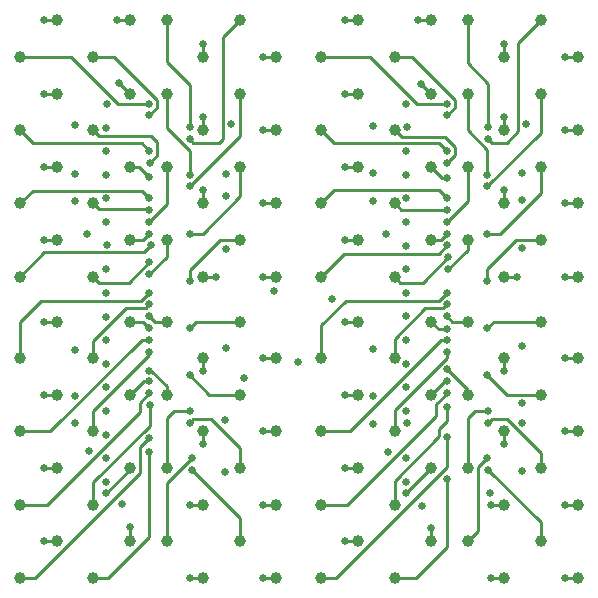
<source format=gbr>
%TF.GenerationSoftware,KiCad,Pcbnew,(5.1.9-0-10_14)*%
%TF.CreationDate,2021-05-13T13:45:13-04:00*%
%TF.ProjectId,SiPM_Board_RevB,5369504d-5f42-46f6-9172-645f52657642,rev?*%
%TF.SameCoordinates,Original*%
%TF.FileFunction,Copper,L1,Top*%
%TF.FilePolarity,Positive*%
%FSLAX46Y46*%
G04 Gerber Fmt 4.6, Leading zero omitted, Abs format (unit mm)*
G04 Created by KiCad (PCBNEW (5.1.9-0-10_14)) date 2021-05-13 13:45:13*
%MOMM*%
%LPD*%
G01*
G04 APERTURE LIST*
%TA.AperFunction,SMDPad,CuDef*%
%ADD10C,1.000000*%
%TD*%
%TA.AperFunction,ViaPad*%
%ADD11C,0.635000*%
%TD*%
%TA.AperFunction,Conductor*%
%ADD12C,0.294640*%
%TD*%
G04 APERTURE END LIST*
D10*
%TO.P,U4,A4*%
%TO.N,Net-(J2-Pad9)*%
X151950000Y-85750000D03*
%TO.P,U4,A2*%
%TO.N,Net-(J2-Pad1)*%
X151950000Y-79550000D03*
%TO.P,U4,B3*%
%TO.N,/BIAS3*%
X155050000Y-82650000D03*
%TO.P,U4,B1*%
X155050000Y-76450000D03*
%TO.P,U4,C4*%
%TO.N,Net-(J2-Pad11)*%
X158150000Y-85750000D03*
%TO.P,U4,D3*%
%TO.N,/BIAS3*%
X161250000Y-82650000D03*
%TO.P,U4,C2*%
%TO.N,Net-(J2-Pad3)*%
X158150000Y-79550000D03*
%TO.P,U4,D1*%
%TO.N,/BIAS3*%
X161250000Y-76450000D03*
%TO.P,U4,H2*%
X173650000Y-79550000D03*
%TO.P,U4,G1*%
%TO.N,Net-(J2-Pad7)*%
X170550000Y-76450000D03*
%TO.P,U4,F2*%
%TO.N,/BIAS3*%
X167450000Y-79550000D03*
%TO.P,U4,E1*%
%TO.N,Net-(J2-Pad5)*%
X164350000Y-76450000D03*
%TO.P,U4,H4*%
%TO.N,/BIAS3*%
X173650000Y-85750000D03*
%TO.P,U4,G3*%
%TO.N,Net-(J2-Pad15)*%
X170550000Y-82650000D03*
%TO.P,U4,F4*%
%TO.N,/BIAS3*%
X167450000Y-85750000D03*
%TO.P,U4,E3*%
%TO.N,Net-(J2-Pad13)*%
X164350000Y-82650000D03*
%TO.P,U4,F8*%
%TO.N,/BIAS3*%
X167450000Y-98150000D03*
%TO.P,U4,H8*%
X173650000Y-98150000D03*
%TO.P,U4,G7*%
%TO.N,Net-(J2-Pad31)*%
X170550000Y-95050000D03*
%TO.P,U4,E7*%
%TO.N,Net-(J2-Pad29)*%
X164350000Y-95050000D03*
%TO.P,U4,H6*%
%TO.N,/BIAS3*%
X173650000Y-91950000D03*
%TO.P,U4,G5*%
%TO.N,Net-(J2-Pad23)*%
X170550000Y-88850000D03*
%TO.P,U4,F6*%
%TO.N,/BIAS3*%
X167450000Y-91950000D03*
%TO.P,U4,E5*%
%TO.N,Net-(J2-Pad21)*%
X164350000Y-88850000D03*
%TO.P,U4,A8*%
%TO.N,Net-(J2-Pad25)*%
X151950000Y-98150000D03*
%TO.P,U4,A6*%
%TO.N,Net-(J2-Pad17)*%
X151950000Y-91950000D03*
%TO.P,U4,B5*%
%TO.N,/BIAS3*%
X155050000Y-88850000D03*
%TO.P,U4,C8*%
%TO.N,Net-(J2-Pad27)*%
X158150000Y-98150000D03*
%TO.P,U4,B7*%
%TO.N,/BIAS3*%
X155050000Y-95050000D03*
%TO.P,U4,D7*%
X161250000Y-95050000D03*
%TO.P,U4,C6*%
%TO.N,Net-(J2-Pad19)*%
X158150000Y-91950000D03*
%TO.P,U4,D5*%
%TO.N,/BIAS3*%
X161250000Y-88850000D03*
%TD*%
%TO.P,U2,A4*%
%TO.N,Net-(J1-Pad9)*%
X126450000Y-85750000D03*
%TO.P,U2,A2*%
%TO.N,Net-(J1-Pad1)*%
X126450000Y-79550000D03*
%TO.P,U2,B3*%
%TO.N,/BIAS1*%
X129550000Y-82650000D03*
%TO.P,U2,B1*%
X129550000Y-76450000D03*
%TO.P,U2,C4*%
%TO.N,Net-(J1-Pad11)*%
X132650000Y-85750000D03*
%TO.P,U2,D3*%
%TO.N,/BIAS1*%
X135750000Y-82650000D03*
%TO.P,U2,C2*%
%TO.N,Net-(J1-Pad3)*%
X132650000Y-79550000D03*
%TO.P,U2,D1*%
%TO.N,/BIAS1*%
X135750000Y-76450000D03*
%TO.P,U2,H2*%
X148150000Y-79550000D03*
%TO.P,U2,G1*%
%TO.N,Net-(J1-Pad7)*%
X145050000Y-76450000D03*
%TO.P,U2,F2*%
%TO.N,/BIAS1*%
X141950000Y-79550000D03*
%TO.P,U2,E1*%
%TO.N,Net-(J1-Pad5)*%
X138850000Y-76450000D03*
%TO.P,U2,H4*%
%TO.N,/BIAS1*%
X148150000Y-85750000D03*
%TO.P,U2,G3*%
%TO.N,Net-(J1-Pad15)*%
X145050000Y-82650000D03*
%TO.P,U2,F4*%
%TO.N,/BIAS1*%
X141950000Y-85750000D03*
%TO.P,U2,E3*%
%TO.N,Net-(J1-Pad13)*%
X138850000Y-82650000D03*
%TO.P,U2,F8*%
%TO.N,/BIAS1*%
X141950000Y-98150000D03*
%TO.P,U2,H8*%
X148150000Y-98150000D03*
%TO.P,U2,G7*%
%TO.N,Net-(J1-Pad31)*%
X145050000Y-95050000D03*
%TO.P,U2,E7*%
%TO.N,Net-(J1-Pad29)*%
X138850000Y-95050000D03*
%TO.P,U2,H6*%
%TO.N,/BIAS1*%
X148150000Y-91950000D03*
%TO.P,U2,G5*%
%TO.N,Net-(J1-Pad23)*%
X145050000Y-88850000D03*
%TO.P,U2,F6*%
%TO.N,/BIAS1*%
X141950000Y-91950000D03*
%TO.P,U2,E5*%
%TO.N,Net-(J1-Pad21)*%
X138850000Y-88850000D03*
%TO.P,U2,A8*%
%TO.N,Net-(J1-Pad25)*%
X126450000Y-98150000D03*
%TO.P,U2,A6*%
%TO.N,Net-(J1-Pad17)*%
X126450000Y-91950000D03*
%TO.P,U2,B5*%
%TO.N,/BIAS1*%
X129550000Y-88850000D03*
%TO.P,U2,C8*%
%TO.N,Net-(J1-Pad27)*%
X132650000Y-98150000D03*
%TO.P,U2,B7*%
%TO.N,/BIAS1*%
X129550000Y-95050000D03*
%TO.P,U2,D7*%
X135750000Y-95050000D03*
%TO.P,U2,C6*%
%TO.N,Net-(J1-Pad19)*%
X132650000Y-91950000D03*
%TO.P,U2,D5*%
%TO.N,/BIAS1*%
X135750000Y-88850000D03*
%TD*%
%TO.P,U3,D5*%
%TO.N,/BIAS2*%
X135750000Y-114350000D03*
%TO.P,U3,C6*%
%TO.N,Net-(J1-Pad51)*%
X132650000Y-117450000D03*
%TO.P,U3,D7*%
%TO.N,/BIAS2*%
X135750000Y-120550000D03*
%TO.P,U3,B7*%
X129550000Y-120550000D03*
%TO.P,U3,C8*%
%TO.N,Net-(J1-Pad59)*%
X132650000Y-123650000D03*
%TO.P,U3,B5*%
%TO.N,/BIAS2*%
X129550000Y-114350000D03*
%TO.P,U3,A6*%
%TO.N,Net-(J1-Pad49)*%
X126450000Y-117450000D03*
%TO.P,U3,A8*%
%TO.N,Net-(J1-Pad57)*%
X126450000Y-123650000D03*
%TO.P,U3,E5*%
%TO.N,Net-(J1-Pad53)*%
X138850000Y-114350000D03*
%TO.P,U3,F6*%
%TO.N,/BIAS2*%
X141950000Y-117450000D03*
%TO.P,U3,G5*%
%TO.N,Net-(J1-Pad55)*%
X145050000Y-114350000D03*
%TO.P,U3,H6*%
%TO.N,/BIAS2*%
X148150000Y-117450000D03*
%TO.P,U3,E7*%
%TO.N,Net-(J1-Pad61)*%
X138850000Y-120550000D03*
%TO.P,U3,G7*%
%TO.N,Net-(J1-Pad63)*%
X145050000Y-120550000D03*
%TO.P,U3,H8*%
%TO.N,/BIAS2*%
X148150000Y-123650000D03*
%TO.P,U3,F8*%
X141950000Y-123650000D03*
%TO.P,U3,E3*%
%TO.N,Net-(J1-Pad45)*%
X138850000Y-108150000D03*
%TO.P,U3,F4*%
%TO.N,/BIAS2*%
X141950000Y-111250000D03*
%TO.P,U3,G3*%
%TO.N,Net-(J1-Pad47)*%
X145050000Y-108150000D03*
%TO.P,U3,H4*%
%TO.N,/BIAS2*%
X148150000Y-111250000D03*
%TO.P,U3,E1*%
%TO.N,Net-(J1-Pad37)*%
X138850000Y-101950000D03*
%TO.P,U3,F2*%
%TO.N,/BIAS2*%
X141950000Y-105050000D03*
%TO.P,U3,G1*%
%TO.N,Net-(J1-Pad39)*%
X145050000Y-101950000D03*
%TO.P,U3,H2*%
%TO.N,/BIAS2*%
X148150000Y-105050000D03*
%TO.P,U3,D1*%
X135750000Y-101950000D03*
%TO.P,U3,C2*%
%TO.N,Net-(J1-Pad35)*%
X132650000Y-105050000D03*
%TO.P,U3,D3*%
%TO.N,/BIAS2*%
X135750000Y-108150000D03*
%TO.P,U3,C4*%
%TO.N,Net-(J1-Pad43)*%
X132650000Y-111250000D03*
%TO.P,U3,B1*%
%TO.N,/BIAS2*%
X129550000Y-101950000D03*
%TO.P,U3,B3*%
X129550000Y-108150000D03*
%TO.P,U3,A2*%
%TO.N,Net-(J1-Pad33)*%
X126450000Y-105050000D03*
%TO.P,U3,A4*%
%TO.N,Net-(J1-Pad41)*%
X126450000Y-111250000D03*
%TD*%
%TO.P,U5,D5*%
%TO.N,/BIAS4*%
X161250000Y-114350000D03*
%TO.P,U5,C6*%
%TO.N,Net-(J2-Pad51)*%
X158150000Y-117450000D03*
%TO.P,U5,D7*%
%TO.N,/BIAS4*%
X161250000Y-120550000D03*
%TO.P,U5,B7*%
X155050000Y-120550000D03*
%TO.P,U5,C8*%
%TO.N,Net-(J2-Pad59)*%
X158150000Y-123650000D03*
%TO.P,U5,B5*%
%TO.N,/BIAS4*%
X155050000Y-114350000D03*
%TO.P,U5,A6*%
%TO.N,Net-(J2-Pad49)*%
X151950000Y-117450000D03*
%TO.P,U5,A8*%
%TO.N,Net-(J2-Pad57)*%
X151950000Y-123650000D03*
%TO.P,U5,E5*%
%TO.N,Net-(J2-Pad53)*%
X164350000Y-114350000D03*
%TO.P,U5,F6*%
%TO.N,/BIAS4*%
X167450000Y-117450000D03*
%TO.P,U5,G5*%
%TO.N,Net-(J2-Pad55)*%
X170550000Y-114350000D03*
%TO.P,U5,H6*%
%TO.N,/BIAS4*%
X173650000Y-117450000D03*
%TO.P,U5,E7*%
%TO.N,Net-(J2-Pad61)*%
X164350000Y-120550000D03*
%TO.P,U5,G7*%
%TO.N,Net-(J2-Pad63)*%
X170550000Y-120550000D03*
%TO.P,U5,H8*%
%TO.N,/BIAS4*%
X173650000Y-123650000D03*
%TO.P,U5,F8*%
X167450000Y-123650000D03*
%TO.P,U5,E3*%
%TO.N,Net-(J2-Pad45)*%
X164350000Y-108150000D03*
%TO.P,U5,F4*%
%TO.N,/BIAS4*%
X167450000Y-111250000D03*
%TO.P,U5,G3*%
%TO.N,Net-(J2-Pad47)*%
X170550000Y-108150000D03*
%TO.P,U5,H4*%
%TO.N,/BIAS4*%
X173650000Y-111250000D03*
%TO.P,U5,E1*%
%TO.N,Net-(J2-Pad37)*%
X164350000Y-101950000D03*
%TO.P,U5,F2*%
%TO.N,/BIAS4*%
X167450000Y-105050000D03*
%TO.P,U5,G1*%
%TO.N,Net-(J2-Pad39)*%
X170550000Y-101950000D03*
%TO.P,U5,H2*%
%TO.N,/BIAS4*%
X173650000Y-105050000D03*
%TO.P,U5,D1*%
X161250000Y-101950000D03*
%TO.P,U5,C2*%
%TO.N,Net-(J2-Pad35)*%
X158150000Y-105050000D03*
%TO.P,U5,D3*%
%TO.N,/BIAS4*%
X161250000Y-108150000D03*
%TO.P,U5,C4*%
%TO.N,Net-(J2-Pad43)*%
X158150000Y-111250000D03*
%TO.P,U5,B1*%
%TO.N,/BIAS4*%
X155050000Y-101950000D03*
%TO.P,U5,B3*%
X155050000Y-108150000D03*
%TO.P,U5,A2*%
%TO.N,Net-(J2-Pad33)*%
X151950000Y-105050000D03*
%TO.P,U5,A4*%
%TO.N,Net-(J2-Pad41)*%
X151950000Y-111250000D03*
%TD*%
D11*
%TO.N,GND*%
X133707308Y-111522692D03*
X133707308Y-103522692D03*
X133707308Y-101522692D03*
X133707308Y-87522692D03*
X133707308Y-115522692D03*
X133707308Y-113522692D03*
X133707308Y-107522692D03*
X133707308Y-105522692D03*
X133707308Y-109522692D03*
X133827308Y-95432692D03*
X133707308Y-85522692D03*
X133707308Y-93522692D03*
X133707308Y-91522692D03*
X133707308Y-89522692D03*
X133707308Y-99522692D03*
X133707308Y-97522692D03*
X159077308Y-103512692D03*
X159077308Y-101512692D03*
X159077308Y-87512692D03*
X159077308Y-115512692D03*
X159077308Y-113512692D03*
X159077308Y-107512692D03*
X159077308Y-105512692D03*
X159077308Y-109512692D03*
X159077308Y-95512692D03*
X159077308Y-93512692D03*
X159077308Y-91512692D03*
X159077308Y-89512692D03*
X159077308Y-99512692D03*
X159077308Y-97512692D03*
X152860000Y-100000000D03*
X150000000Y-105400000D03*
X147935320Y-99344680D03*
X131060000Y-89460000D03*
X132152500Y-94552500D03*
X143870000Y-89430000D03*
X143870000Y-95770000D03*
X132300000Y-112900000D03*
X131060000Y-108240000D03*
X145400000Y-106700000D03*
X143820000Y-114680000D03*
X157452500Y-94552500D03*
X156310000Y-89390000D03*
X168940000Y-89360000D03*
X168940000Y-95740000D03*
X159177308Y-85512692D03*
X156310000Y-108290000D03*
X157600000Y-113000000D03*
X168940000Y-114640000D03*
X168940000Y-108860000D03*
X159175000Y-110575000D03*
%TO.N,/BIAS1*%
X133762700Y-83502700D03*
X128450000Y-76450000D03*
X128450000Y-82650000D03*
X128450000Y-88850000D03*
X128450000Y-95050000D03*
X134650000Y-76450000D03*
X134850000Y-81750000D03*
X137400000Y-89700000D03*
X137400000Y-94500000D03*
X141950000Y-78450000D03*
X141950000Y-84650000D03*
X141950000Y-90850000D03*
X143050000Y-98150000D03*
X147050000Y-79550000D03*
X147050000Y-85750000D03*
X147050000Y-91950000D03*
X147050000Y-98150000D03*
X131060000Y-85340000D03*
X131060000Y-91760000D03*
X144300000Y-85200000D03*
X143870000Y-91300000D03*
%TO.N,/BIAS2*%
X133757366Y-116502634D03*
X128450000Y-101950000D03*
X128450000Y-108150000D03*
X128450000Y-120550000D03*
X128450000Y-114350000D03*
X137400000Y-102500000D03*
X137400000Y-107000000D03*
X135750000Y-119350000D03*
X135100000Y-117400000D03*
X141950000Y-106150000D03*
X141950000Y-112350000D03*
X140850000Y-117450000D03*
X140850000Y-123650000D03*
X147050000Y-123650000D03*
X147050000Y-117450000D03*
X147050000Y-111250000D03*
X147050000Y-105050000D03*
X131060000Y-110540000D03*
X131060000Y-104360000D03*
X143870000Y-104230000D03*
X143820000Y-110320000D03*
%TO.N,Net-(J1-Pad63)*%
X141000000Y-114500000D03*
%TO.N,Net-(J1-Pad61)*%
X141000000Y-113500000D03*
%TO.N,Net-(J1-Pad59)*%
X137400000Y-113000000D03*
%TO.N,Net-(J1-Pad57)*%
X137400000Y-111800000D03*
%TO.N,Net-(J1-Pad55)*%
X140800000Y-110500000D03*
%TO.N,Net-(J1-Pad53)*%
X140800000Y-109500000D03*
%TO.N,Net-(J1-Pad51)*%
X137402650Y-109002650D03*
%TO.N,Net-(J1-Pad49)*%
X137400000Y-108000000D03*
%TO.N,Net-(J1-Pad47)*%
X140800000Y-106500000D03*
%TO.N,Net-(J1-Pad45)*%
X137400000Y-106100000D03*
%TO.N,Net-(J1-Pad43)*%
X137400000Y-104500000D03*
%TO.N,Net-(J1-Pad41)*%
X137400000Y-103500000D03*
%TO.N,Net-(J1-Pad39)*%
X140800000Y-102500000D03*
%TO.N,Net-(J1-Pad37)*%
X137400000Y-101500000D03*
%TO.N,Net-(J1-Pad35)*%
X137400000Y-100500000D03*
%TO.N,Net-(J1-Pad33)*%
X137400000Y-99500000D03*
%TO.N,Net-(J1-Pad31)*%
X140800000Y-98500000D03*
%TO.N,Net-(J1-Pad29)*%
X137400000Y-97900000D03*
%TO.N,Net-(J1-Pad27)*%
X137400000Y-96900000D03*
%TO.N,Net-(J1-Pad25)*%
X137497324Y-95502676D03*
%TO.N,Net-(J1-Pad23)*%
X140800000Y-94500000D03*
%TO.N,Net-(J1-Pad21)*%
X137400000Y-93500000D03*
%TO.N,Net-(J1-Pad19)*%
X137400000Y-92500000D03*
%TO.N,Net-(J1-Pad17)*%
X137400000Y-91500000D03*
%TO.N,Net-(J1-Pad15)*%
X140800000Y-90500000D03*
%TO.N,Net-(J1-Pad13)*%
X140800000Y-89500000D03*
%TO.N,Net-(J1-Pad11)*%
X137402690Y-88502690D03*
%TO.N,Net-(J1-Pad9)*%
X137400000Y-87500000D03*
%TO.N,Net-(J1-Pad7)*%
X140800000Y-86500000D03*
%TO.N,Net-(J1-Pad5)*%
X140800000Y-85500000D03*
%TO.N,Net-(J1-Pad3)*%
X137400000Y-84500000D03*
%TO.N,Net-(J1-Pad1)*%
X137400000Y-83500000D03*
%TO.N,Net-(J2-Pad63)*%
X166100000Y-114500000D03*
%TO.N,Net-(J2-Pad61)*%
X165997360Y-113502640D03*
%TO.N,Net-(J2-Pad59)*%
X162600000Y-115300000D03*
%TO.N,Net-(J2-Pad57)*%
X162600000Y-111700000D03*
%TO.N,Net-(J2-Pad55)*%
X166097354Y-110502646D03*
%TO.N,Net-(J2-Pad53)*%
X166097352Y-109502648D03*
%TO.N,Net-(J2-Pad51)*%
X162600000Y-109200000D03*
%TO.N,Net-(J2-Pad49)*%
X162600000Y-107983936D03*
%TO.N,Net-(J2-Pad47)*%
X165997346Y-106502654D03*
%TO.N,Net-(J2-Pad45)*%
X162600000Y-106000000D03*
%TO.N,Net-(J2-Pad43)*%
X162602658Y-104502658D03*
%TO.N,Net-(J2-Pad41)*%
X162600000Y-103500000D03*
%TO.N,Net-(J2-Pad39)*%
X165997338Y-102502662D03*
%TO.N,Net-(J2-Pad37)*%
X162600000Y-101500000D03*
%TO.N,Net-(J2-Pad35)*%
X162602666Y-100502666D03*
%TO.N,Net-(J2-Pad33)*%
X162602668Y-99502668D03*
%TO.N,Net-(J2-Pad31)*%
X165997330Y-98502670D03*
%TO.N,Net-(J2-Pad29)*%
X162702672Y-97502672D03*
%TO.N,Net-(J2-Pad27)*%
X162697326Y-96502674D03*
%TO.N,Net-(J2-Pad25)*%
X162602676Y-95502676D03*
%TO.N,Net-(J2-Pad23)*%
X166000000Y-94500000D03*
%TO.N,Net-(J2-Pad21)*%
X162600000Y-93500000D03*
%TO.N,Net-(J2-Pad19)*%
X162602682Y-92502682D03*
%TO.N,Net-(J2-Pad17)*%
X162602684Y-91502684D03*
%TO.N,Net-(J2-Pad15)*%
X166000000Y-90500000D03*
%TO.N,Net-(J2-Pad13)*%
X166000000Y-89500000D03*
%TO.N,Net-(J2-Pad11)*%
X162602690Y-88502690D03*
%TO.N,Net-(J2-Pad9)*%
X162600000Y-87500000D03*
%TO.N,Net-(J2-Pad7)*%
X166097306Y-86502694D03*
%TO.N,Net-(J2-Pad5)*%
X166100000Y-85502696D03*
%TO.N,Net-(J2-Pad3)*%
X162600000Y-84500000D03*
%TO.N,Net-(J2-Pad1)*%
X162602700Y-83502700D03*
%TO.N,/BIAS3*%
X153950000Y-76450000D03*
X159078000Y-83502700D03*
X153950000Y-82650000D03*
X153950000Y-88850000D03*
X153950000Y-95050000D03*
X160150000Y-76450000D03*
X160400000Y-81800000D03*
X162600000Y-94521416D03*
X167450000Y-78450000D03*
X167450000Y-84650000D03*
X167450000Y-90850000D03*
X168550000Y-98150000D03*
X172550000Y-79550000D03*
X172550000Y-85750000D03*
X172550000Y-91950000D03*
X172550000Y-98150000D03*
X156310000Y-91710000D03*
X156310000Y-85410000D03*
X169300000Y-85200000D03*
X168940000Y-91660000D03*
X162600000Y-89800000D03*
%TO.N,/BIAS4*%
X153950000Y-101950000D03*
X159078000Y-116502634D03*
X162600000Y-107000000D03*
X153950000Y-108150000D03*
X153950000Y-114350000D03*
X153950000Y-120550000D03*
X161250000Y-119450000D03*
X167450000Y-106150000D03*
X167450000Y-112350000D03*
X166350000Y-117450000D03*
X166350000Y-123650000D03*
X172550000Y-123650000D03*
X172550000Y-117450000D03*
X172550000Y-111250000D03*
X172550000Y-105050000D03*
X156310000Y-104310000D03*
X162600000Y-102600000D03*
X156310000Y-110610000D03*
X168940000Y-110540000D03*
X168940000Y-104060000D03*
X160500000Y-117600000D03*
X166197366Y-116502634D03*
%TD*%
D12*
%TO.N,/BIAS1*%
X129550000Y-76450000D02*
X128450000Y-76450000D01*
X128450000Y-76450000D02*
X128450000Y-76450000D01*
X128450000Y-82650000D02*
X128450000Y-82650000D01*
X129550000Y-82650000D02*
X128450000Y-82650000D01*
X129550000Y-88850000D02*
X128450000Y-88850000D01*
X128450000Y-88850000D02*
X128450000Y-88850000D01*
X128450000Y-95050000D02*
X128450000Y-95050000D01*
X129550000Y-95050000D02*
X128450000Y-95050000D01*
X135750000Y-76450000D02*
X134650000Y-76450000D01*
X134650000Y-76450000D02*
X134650000Y-76450000D01*
X135750000Y-82650000D02*
X134850000Y-81750000D01*
X135750000Y-88850000D02*
X136550000Y-88850000D01*
X136550000Y-88850000D02*
X137400000Y-89700000D01*
X137400000Y-89700000D02*
X137400000Y-89700000D01*
X135750000Y-95050000D02*
X136850000Y-95050000D01*
X136850000Y-95050000D02*
X137400000Y-94500000D01*
X137400000Y-94500000D02*
X137400000Y-94500000D01*
X141950000Y-79550000D02*
X141950000Y-78450000D01*
X141950000Y-78450000D02*
X141950000Y-78450000D01*
X141950000Y-85750000D02*
X141950000Y-84650000D01*
X141950000Y-84650000D02*
X141950000Y-84650000D01*
X141950000Y-90850000D02*
X141950000Y-90850000D01*
X141950000Y-91950000D02*
X141950000Y-90850000D01*
X141950000Y-98150000D02*
X143050000Y-98150000D01*
X143050000Y-98150000D02*
X143050000Y-98150000D01*
X148150000Y-79550000D02*
X147050000Y-79550000D01*
X147050000Y-79550000D02*
X147050000Y-79550000D01*
X148150000Y-85750000D02*
X147050000Y-85750000D01*
X147050000Y-85750000D02*
X147050000Y-85750000D01*
X147050000Y-91950000D02*
X147050000Y-91950000D01*
X148150000Y-91950000D02*
X147050000Y-91950000D01*
X147050000Y-98150000D02*
X147050000Y-98150000D01*
X148150000Y-98150000D02*
X147050000Y-98150000D01*
%TO.N,/BIAS2*%
X129550000Y-101950000D02*
X128450000Y-101950000D01*
X128450000Y-101950000D02*
X128450000Y-101950000D01*
X129550000Y-108150000D02*
X128450000Y-108150000D01*
X128450000Y-108150000D02*
X128450000Y-108150000D01*
X128450000Y-114350000D02*
X128450000Y-114350000D01*
X128450000Y-120550000D02*
X128450000Y-120550000D01*
X129550000Y-120550000D02*
X128450000Y-120550000D01*
X129550000Y-114350000D02*
X128450000Y-114350000D01*
X135750000Y-101950000D02*
X136850000Y-101950000D01*
X136850000Y-101950000D02*
X137400000Y-102500000D01*
X137400000Y-102500000D02*
X137400000Y-102500000D01*
X135750000Y-108150000D02*
X136900000Y-107000000D01*
X136900000Y-107000000D02*
X137400000Y-107000000D01*
X137400000Y-107000000D02*
X137400000Y-107000000D01*
X135750000Y-114510000D02*
X133757366Y-116502634D01*
X135750000Y-114350000D02*
X135750000Y-114510000D01*
X135750000Y-120550000D02*
X135750000Y-119350000D01*
X135750000Y-119350000D02*
X135750000Y-119350000D01*
X141950000Y-105050000D02*
X141950000Y-106150000D01*
X141950000Y-106150000D02*
X141950000Y-106150000D01*
X141950000Y-111250000D02*
X141950000Y-112350000D01*
X141950000Y-112350000D02*
X141950000Y-112350000D01*
X141950000Y-117450000D02*
X140850000Y-117450000D01*
X140850000Y-117450000D02*
X140850000Y-117450000D01*
X140850000Y-123650000D02*
X140850000Y-123650000D01*
X141950000Y-123650000D02*
X140850000Y-123650000D01*
X148150000Y-123650000D02*
X147050000Y-123650000D01*
X147050000Y-123650000D02*
X147050000Y-123650000D01*
X148150000Y-117450000D02*
X147050000Y-117450000D01*
X147050000Y-117450000D02*
X147050000Y-117450000D01*
X147050000Y-111250000D02*
X147050000Y-111250000D01*
X148150000Y-111250000D02*
X147050000Y-111250000D01*
X147050000Y-105050000D02*
X147050000Y-105050000D01*
X148150000Y-105050000D02*
X147050000Y-105050000D01*
%TO.N,Net-(J1-Pad63)*%
X145050000Y-118550000D02*
X141000000Y-114500000D01*
X145050000Y-120550000D02*
X145050000Y-118550000D01*
%TO.N,Net-(J1-Pad61)*%
X138850000Y-115650000D02*
X141000000Y-113500000D01*
X138850000Y-120550000D02*
X138850000Y-115650000D01*
%TO.N,Net-(J1-Pad59)*%
X133904036Y-123650000D02*
X137400000Y-120154036D01*
X132650000Y-123650000D02*
X133904036Y-123650000D01*
X137400000Y-120154036D02*
X137400000Y-113000000D01*
X137400000Y-113000000D02*
X137400000Y-113000000D01*
%TO.N,Net-(J1-Pad57)*%
X127704036Y-123650000D02*
X136600000Y-114754036D01*
X126450000Y-123650000D02*
X127704036Y-123650000D01*
X136600000Y-112600000D02*
X137400000Y-111800000D01*
X136600000Y-114754036D02*
X136600000Y-112600000D01*
%TO.N,Net-(J1-Pad55)*%
X145050000Y-114350000D02*
X145050000Y-112650000D01*
X141117499Y-110182501D02*
X140800000Y-110500000D01*
X142582501Y-110182501D02*
X141117499Y-110182501D01*
X145050000Y-112650000D02*
X142582501Y-110182501D01*
%TO.N,Net-(J1-Pad53)*%
X138850000Y-114350000D02*
X138850000Y-110150000D01*
X138850000Y-110150000D02*
X139500000Y-109500000D01*
X139500000Y-109500000D02*
X140800000Y-109500000D01*
X140800000Y-109500000D02*
X140800000Y-109500000D01*
%TO.N,Net-(J1-Pad51)*%
X132650000Y-115563936D02*
X132650000Y-117450000D01*
X137402650Y-109002650D02*
X137402650Y-110811286D01*
X137402650Y-110811286D02*
X132650000Y-115563936D01*
%TO.N,Net-(J1-Pad49)*%
X128763936Y-117450000D02*
X126450000Y-117450000D01*
X136600000Y-109613936D02*
X128763936Y-117450000D01*
X136600000Y-108821364D02*
X137400000Y-108021364D01*
X136600000Y-109000000D02*
X136600000Y-108821364D01*
X137400000Y-108021364D02*
X137400000Y-108000000D01*
X136600000Y-109000000D02*
X136600000Y-109613936D01*
%TO.N,Net-(J1-Pad47)*%
X145050000Y-108150000D02*
X142450000Y-108150000D01*
X142450000Y-108150000D02*
X140800000Y-106500000D01*
X140800000Y-106500000D02*
X140800000Y-106500000D01*
%TO.N,Net-(J1-Pad45)*%
X137507106Y-106100000D02*
X137400000Y-106100000D01*
X138850000Y-107442894D02*
X137507106Y-106100000D01*
X138850000Y-108150000D02*
X138850000Y-107442894D01*
%TO.N,Net-(J1-Pad43)*%
X132650000Y-109563936D02*
X137400000Y-104813936D01*
X132650000Y-111250000D02*
X132650000Y-109563936D01*
X137400000Y-104813936D02*
X137400000Y-104500000D01*
X137400000Y-104500000D02*
X137400000Y-104500000D01*
%TO.N,Net-(J1-Pad41)*%
X128996064Y-111250000D02*
X136746064Y-103500000D01*
X126450000Y-111250000D02*
X128996064Y-111250000D01*
X136746064Y-103500000D02*
X137400000Y-103500000D01*
X137400000Y-103500000D02*
X137400000Y-103500000D01*
%TO.N,Net-(J1-Pad39)*%
X141350000Y-101950000D02*
X140800000Y-102500000D01*
X145050000Y-101950000D02*
X141350000Y-101950000D01*
%TO.N,Net-(J1-Pad37)*%
X137850000Y-101950000D02*
X137400000Y-101500000D01*
X138850000Y-101950000D02*
X137850000Y-101950000D01*
%TO.N,Net-(J1-Pad35)*%
X135428565Y-100817499D02*
X137082501Y-100817499D01*
X132650000Y-103596064D02*
X135428565Y-100817499D01*
X137082501Y-100817499D02*
X137400000Y-100500000D01*
X132650000Y-105050000D02*
X132650000Y-103596064D01*
%TO.N,Net-(J1-Pad33)*%
X126450000Y-105050000D02*
X126450000Y-101950000D01*
X128212487Y-100187513D02*
X136712487Y-100187513D01*
X136712487Y-100187513D02*
X137400000Y-99500000D01*
X126450000Y-101950000D02*
X128212487Y-100187513D01*
%TO.N,Net-(J1-Pad31)*%
X145050000Y-95050000D02*
X143350000Y-95050000D01*
X143350000Y-95050000D02*
X140800000Y-97600000D01*
X140800000Y-97600000D02*
X140800000Y-98500000D01*
X140800000Y-98500000D02*
X140800000Y-98500000D01*
%TO.N,Net-(J1-Pad29)*%
X138850000Y-96450000D02*
X137400000Y-97900000D01*
X138850000Y-95050000D02*
X138850000Y-96450000D01*
%TO.N,Net-(J1-Pad27)*%
X135650001Y-98649999D02*
X137400000Y-96900000D01*
X133149999Y-98649999D02*
X135650001Y-98649999D01*
X132650000Y-98150000D02*
X133149999Y-98649999D01*
%TO.N,Net-(J1-Pad25)*%
X136902487Y-96097513D02*
X137497324Y-95502676D01*
X128502487Y-96097513D02*
X136902487Y-96097513D01*
X126450000Y-98150000D02*
X128502487Y-96097513D01*
%TO.N,Net-(J1-Pad23)*%
X145050000Y-88850000D02*
X145050000Y-91350000D01*
X145050000Y-91350000D02*
X141900000Y-94500000D01*
X141900000Y-94500000D02*
X140800000Y-94500000D01*
X140800000Y-94500000D02*
X140800000Y-94500000D01*
%TO.N,Net-(J1-Pad21)*%
X138850000Y-92033936D02*
X137400000Y-93500000D01*
X138850000Y-88850000D02*
X138850000Y-92033936D01*
X137400000Y-93500000D02*
X137400000Y-93483936D01*
%TO.N,Net-(J1-Pad19)*%
X137400000Y-92500000D02*
X137400000Y-92500000D01*
X137349999Y-92449999D02*
X137400000Y-92500000D01*
X133149999Y-92449999D02*
X137349999Y-92449999D01*
X132650000Y-91950000D02*
X133149999Y-92449999D01*
%TO.N,Net-(J1-Pad17)*%
X136757871Y-90857871D02*
X137400000Y-91500000D01*
X137400000Y-91500000D02*
X137400000Y-91500000D01*
X127542129Y-90857871D02*
X127942129Y-90857871D01*
X126450000Y-91950000D02*
X127542129Y-90857871D01*
X127942129Y-90857871D02*
X136757871Y-90857871D01*
%TO.N,Net-(J1-Pad15)*%
X140800000Y-90500000D02*
X140800000Y-90500000D01*
X145050000Y-86250000D02*
X140800000Y-90500000D01*
X145050000Y-82650000D02*
X145050000Y-86250000D01*
%TO.N,Net-(J1-Pad13)*%
X140800000Y-89500000D02*
X140800000Y-89500000D01*
X140800000Y-87483936D02*
X140800000Y-87700000D01*
X138850000Y-85533936D02*
X140800000Y-87483936D01*
X138850000Y-82650000D02*
X138850000Y-85533936D01*
X140800000Y-87700000D02*
X140800000Y-89500000D01*
%TO.N,Net-(J1-Pad11)*%
X133149999Y-86249999D02*
X137549999Y-86249999D01*
X132650000Y-85750000D02*
X133149999Y-86249999D01*
X138064821Y-86764821D02*
X138064821Y-87840559D01*
X138064821Y-87840559D02*
X137402690Y-88502690D01*
X137549999Y-86249999D02*
X138064821Y-86764821D01*
%TO.N,Net-(J1-Pad9)*%
X136757871Y-86857871D02*
X137400000Y-87500000D01*
X127557871Y-86857871D02*
X136757871Y-86857871D01*
X126450000Y-85750000D02*
X127557871Y-86857871D01*
%TO.N,Net-(J1-Pad7)*%
X140800000Y-86500000D02*
X140800000Y-86500000D01*
X141117499Y-86817499D02*
X143282501Y-86817499D01*
X140800000Y-86500000D02*
X141117499Y-86817499D01*
X143635179Y-77864821D02*
X145050000Y-76450000D01*
X143635179Y-86464821D02*
X143635179Y-77864821D01*
X143282501Y-86817499D02*
X143635179Y-86464821D01*
%TO.N,Net-(J1-Pad5)*%
X140800000Y-85500000D02*
X140800000Y-85500000D01*
X138850000Y-76450000D02*
X138850000Y-79950000D01*
X140800000Y-81900000D02*
X140800000Y-85500000D01*
X138850000Y-79950000D02*
X140800000Y-81900000D01*
%TO.N,Net-(J1-Pad3)*%
X138064821Y-83835179D02*
X137400000Y-84500000D01*
X138064821Y-83180885D02*
X138064821Y-83835179D01*
X134433936Y-79550000D02*
X138064821Y-83180885D01*
X132650000Y-79550000D02*
X134433936Y-79550000D01*
%TO.N,Net-(J1-Pad1)*%
X137397300Y-83502700D02*
X137400000Y-83500000D01*
X130793936Y-79550000D02*
X134746636Y-83502700D01*
X134746636Y-83502700D02*
X137397300Y-83502700D01*
X126450000Y-79550000D02*
X130793936Y-79550000D01*
%TO.N,Net-(J2-Pad63)*%
X170550000Y-118950000D02*
X166100000Y-114500000D01*
X170550000Y-120550000D02*
X170550000Y-118950000D01*
%TO.N,Net-(J2-Pad61)*%
X165197321Y-114302679D02*
X165997360Y-113502640D01*
X165197321Y-119702679D02*
X165197321Y-114302679D01*
X164350000Y-120550000D02*
X165197321Y-119702679D01*
%TO.N,Net-(J2-Pad59)*%
X158150000Y-123650000D02*
X159950000Y-123650000D01*
X162600000Y-121000000D02*
X162600000Y-115300000D01*
X159950000Y-123650000D02*
X162600000Y-121000000D01*
%TO.N,Net-(J2-Pad57)*%
X162600000Y-114254036D02*
X162600000Y-111700000D01*
X153204036Y-123650000D02*
X162600000Y-114254036D01*
X151950000Y-123650000D02*
X153204036Y-123650000D01*
%TO.N,Net-(J2-Pad55)*%
X167639183Y-110185147D02*
X166414853Y-110185147D01*
X166414853Y-110185147D02*
X166097354Y-110502646D01*
X170550000Y-113095964D02*
X167639183Y-110185147D01*
X170550000Y-114350000D02*
X170550000Y-113095964D01*
%TO.N,Net-(J2-Pad53)*%
X164350000Y-114350000D02*
X164350000Y-110150000D01*
X164997352Y-109502648D02*
X166097352Y-109502648D01*
X164350000Y-110150000D02*
X164997352Y-109502648D01*
%TO.N,Net-(J2-Pad51)*%
X161935179Y-111638757D02*
X161935179Y-111064821D01*
X158150000Y-115423936D02*
X161935179Y-111638757D01*
X158150000Y-117450000D02*
X158150000Y-115423936D01*
X162600000Y-110400000D02*
X162600000Y-109200000D01*
X161935179Y-111064821D02*
X162600000Y-110400000D01*
%TO.N,Net-(J2-Pad49)*%
X161700000Y-108954036D02*
X162600000Y-108054036D01*
X162600000Y-108054036D02*
X162600000Y-107983936D01*
X154156064Y-117450000D02*
X161700000Y-109906064D01*
X161700000Y-109906064D02*
X161700000Y-108954036D01*
X151950000Y-117450000D02*
X154156064Y-117450000D01*
%TO.N,Net-(J2-Pad47)*%
X167644692Y-108150000D02*
X165997346Y-106502654D01*
X170550000Y-108150000D02*
X167644692Y-108150000D01*
%TO.N,Net-(J2-Pad45)*%
X164350000Y-107750000D02*
X162600000Y-106000000D01*
X164350000Y-108150000D02*
X164350000Y-107750000D01*
%TO.N,Net-(J2-Pad43)*%
X162602658Y-105003406D02*
X162602658Y-104502658D01*
X158150000Y-109456064D02*
X162602658Y-105003406D01*
X158150000Y-111250000D02*
X158150000Y-109456064D01*
%TO.N,Net-(J2-Pad41)*%
X162106064Y-103500000D02*
X162600000Y-103500000D01*
X154356064Y-111250000D02*
X162106064Y-103500000D01*
X151950000Y-111250000D02*
X154356064Y-111250000D01*
%TO.N,Net-(J2-Pad39)*%
X166550000Y-101950000D02*
X165997338Y-102502662D01*
X170550000Y-101950000D02*
X166550000Y-101950000D01*
%TO.N,Net-(J2-Pad37)*%
X163050000Y-101950000D02*
X162600000Y-101500000D01*
X164350000Y-101950000D02*
X163050000Y-101950000D01*
%TO.N,Net-(J2-Pad35)*%
X158150000Y-103423936D02*
X160753771Y-100820165D01*
X162285167Y-100820165D02*
X162602666Y-100502666D01*
X160753771Y-100820165D02*
X162285167Y-100820165D01*
X158150000Y-105050000D02*
X158150000Y-103423936D01*
%TO.N,Net-(J2-Pad33)*%
X151950000Y-105050000D02*
X151950000Y-102250000D01*
X161927823Y-100177513D02*
X162602668Y-99502668D01*
X154022487Y-100177513D02*
X161927823Y-100177513D01*
X151950000Y-102250000D02*
X154022487Y-100177513D01*
%TO.N,Net-(J2-Pad31)*%
X170550000Y-95050000D02*
X168450000Y-95050000D01*
X165997330Y-97502670D02*
X165997330Y-98502670D01*
X168450000Y-95050000D02*
X165997330Y-97502670D01*
%TO.N,Net-(J2-Pad29)*%
X164350000Y-95855344D02*
X162702672Y-97502672D01*
X164350000Y-95050000D02*
X164350000Y-95855344D01*
%TO.N,Net-(J2-Pad27)*%
X160550001Y-98649999D02*
X162697326Y-96502674D01*
X158649999Y-98649999D02*
X160550001Y-98649999D01*
X158150000Y-98150000D02*
X158649999Y-98649999D01*
%TO.N,Net-(J2-Pad25)*%
X151950000Y-98150000D02*
X153900000Y-96200000D01*
X161905352Y-96200000D02*
X162602676Y-95502676D01*
X153900000Y-96200000D02*
X161905352Y-96200000D01*
%TO.N,Net-(J2-Pad23)*%
X170550000Y-88850000D02*
X170550000Y-91050000D01*
X170550000Y-91050000D02*
X167100000Y-94500000D01*
X167100000Y-94500000D02*
X166000000Y-94500000D01*
X166000000Y-94500000D02*
X166000000Y-94500000D01*
%TO.N,Net-(J2-Pad21)*%
X164350000Y-91750000D02*
X162600000Y-93500000D01*
X164350000Y-88850000D02*
X164350000Y-91750000D01*
%TO.N,Net-(J2-Pad19)*%
X158702682Y-92502682D02*
X162602682Y-92502682D01*
X158150000Y-91950000D02*
X158702682Y-92502682D01*
%TO.N,Net-(J2-Pad17)*%
X161947871Y-90847871D02*
X162602684Y-91502684D01*
X153052129Y-90847871D02*
X161947871Y-90847871D01*
X151950000Y-91950000D02*
X153052129Y-90847871D01*
%TO.N,Net-(J2-Pad15)*%
X170550000Y-85950000D02*
X166000000Y-90500000D01*
X170550000Y-82650000D02*
X170550000Y-85950000D01*
%TO.N,Net-(J2-Pad13)*%
X164350000Y-85739324D02*
X166000000Y-87389324D01*
X164350000Y-82650000D02*
X164350000Y-85739324D01*
X166000000Y-87389324D02*
X166000000Y-89500000D01*
%TO.N,Net-(J2-Pad11)*%
X162437157Y-86353221D02*
X163264821Y-87180885D01*
X163264821Y-87840559D02*
X162602690Y-88502690D01*
X163264821Y-87180885D02*
X163264821Y-87840559D01*
X158753221Y-86353221D02*
X162437157Y-86353221D01*
X158150000Y-85750000D02*
X158753221Y-86353221D01*
%TO.N,Net-(J2-Pad9)*%
X161947871Y-86847871D02*
X162600000Y-87500000D01*
X153047871Y-86847871D02*
X153752129Y-86847871D01*
X153752129Y-86847871D02*
X161947871Y-86847871D01*
X151950000Y-85750000D02*
X153047871Y-86847871D01*
X153552129Y-86847871D02*
X153752129Y-86847871D01*
%TO.N,Net-(J2-Pad7)*%
X170550000Y-76450000D02*
X168600000Y-78400000D01*
X166414805Y-86820193D02*
X166097306Y-86502694D01*
X167633843Y-86820193D02*
X166414805Y-86820193D01*
X168600000Y-85854036D02*
X167633843Y-86820193D01*
X168600000Y-78400000D02*
X168600000Y-85854036D01*
%TO.N,Net-(J2-Pad5)*%
X164350000Y-76450000D02*
X164350000Y-80050000D01*
X166100000Y-81800000D02*
X166100000Y-85502696D01*
X164350000Y-80050000D02*
X166100000Y-81800000D01*
%TO.N,Net-(J2-Pad3)*%
X163267521Y-83832479D02*
X162600000Y-84500000D01*
X163267521Y-83183585D02*
X163267521Y-83832479D01*
X159633936Y-79550000D02*
X163267521Y-83183585D01*
X158150000Y-79550000D02*
X159633936Y-79550000D01*
%TO.N,Net-(J2-Pad1)*%
X160061936Y-83502700D02*
X162602700Y-83502700D01*
X156109236Y-79550000D02*
X160061936Y-83502700D01*
X151950000Y-79550000D02*
X156109236Y-79550000D01*
%TO.N,/BIAS3*%
X153950000Y-76450000D02*
X153950000Y-76450000D01*
X155050000Y-76450000D02*
X153950000Y-76450000D01*
X155050000Y-82650000D02*
X153950000Y-82650000D01*
X153950000Y-82650000D02*
X153950000Y-82650000D01*
X153950000Y-88850000D02*
X153950000Y-88850000D01*
X155050000Y-88850000D02*
X153950000Y-88850000D01*
X155050000Y-95050000D02*
X153950000Y-95050000D01*
X153950000Y-95050000D02*
X153950000Y-95050000D01*
X160150000Y-76450000D02*
X160150000Y-76450000D01*
X161250000Y-76450000D02*
X160150000Y-76450000D01*
X161250000Y-82650000D02*
X160400000Y-81800000D01*
X160400000Y-81800000D02*
X160400000Y-81800000D01*
X162071416Y-95050000D02*
X162600000Y-94521416D01*
X161250000Y-95050000D02*
X162071416Y-95050000D01*
X162600000Y-94521416D02*
X162600000Y-94521416D01*
X167450000Y-79550000D02*
X167450000Y-78450000D01*
X167450000Y-78450000D02*
X167450000Y-78450000D01*
X167450000Y-84650000D02*
X167450000Y-84650000D01*
X167450000Y-85750000D02*
X167450000Y-84650000D01*
X167450000Y-90850000D02*
X167450000Y-90850000D01*
X167450000Y-91950000D02*
X167450000Y-90850000D01*
X167450000Y-98150000D02*
X168550000Y-98150000D01*
X168550000Y-98150000D02*
X168550000Y-98150000D01*
X172550000Y-79550000D02*
X172550000Y-79550000D01*
X173650000Y-79550000D02*
X172550000Y-79550000D01*
X173650000Y-85750000D02*
X172550000Y-85750000D01*
X172550000Y-85750000D02*
X172550000Y-85750000D01*
X173650000Y-91950000D02*
X172550000Y-91950000D01*
X172550000Y-91950000D02*
X172550000Y-91950000D01*
X173650000Y-98150000D02*
X172550000Y-98150000D01*
X172550000Y-98150000D02*
X172550000Y-98150000D01*
X161250000Y-88850000D02*
X162200000Y-89800000D01*
X162200000Y-89800000D02*
X162600000Y-89800000D01*
X162600000Y-89800000D02*
X162600000Y-89800000D01*
%TO.N,/BIAS4*%
X155050000Y-101950000D02*
X153950000Y-101950000D01*
X153950000Y-101950000D02*
X153950000Y-101950000D01*
X159078000Y-116502634D02*
X158997366Y-116502634D01*
X161250000Y-108150000D02*
X162400000Y-107000000D01*
X162400000Y-107000000D02*
X162600000Y-107000000D01*
X162600000Y-107000000D02*
X162600000Y-107000000D01*
X155050000Y-108150000D02*
X153950000Y-108150000D01*
X153950000Y-108150000D02*
X153950000Y-108150000D01*
X155050000Y-114350000D02*
X153950000Y-114350000D01*
X153950000Y-114350000D02*
X153950000Y-114350000D01*
X155050000Y-120550000D02*
X153950000Y-120550000D01*
X153950000Y-120550000D02*
X153950000Y-120550000D01*
X161250000Y-119450000D02*
X161250000Y-119450000D01*
X161250000Y-120550000D02*
X161250000Y-119450000D01*
X167450000Y-105050000D02*
X167450000Y-106150000D01*
X167450000Y-106150000D02*
X167450000Y-106150000D01*
X167450000Y-111250000D02*
X167450000Y-112350000D01*
X167450000Y-112350000D02*
X167450000Y-112350000D01*
X166350000Y-117450000D02*
X166350000Y-117450000D01*
X167450000Y-117450000D02*
X166350000Y-117450000D01*
X166350000Y-123650000D02*
X166350000Y-123650000D01*
X167450000Y-123650000D02*
X166350000Y-123650000D01*
X172550000Y-123650000D02*
X172550000Y-123650000D01*
X173650000Y-123650000D02*
X172550000Y-123650000D01*
X173650000Y-117450000D02*
X172550000Y-117450000D01*
X172550000Y-117450000D02*
X172550000Y-117450000D01*
X173650000Y-111250000D02*
X172550000Y-111250000D01*
X172550000Y-111250000D02*
X172550000Y-111250000D01*
X173650000Y-105050000D02*
X172550000Y-105050000D01*
X172550000Y-105050000D02*
X172550000Y-105050000D01*
X161250000Y-101950000D02*
X161900000Y-102600000D01*
X161900000Y-102600000D02*
X162600000Y-102600000D01*
X162600000Y-102600000D02*
X162600000Y-102600000D01*
X159097366Y-116502634D02*
X159078000Y-116502634D01*
X161250000Y-114350000D02*
X159097366Y-116502634D01*
%TD*%
M02*

</source>
